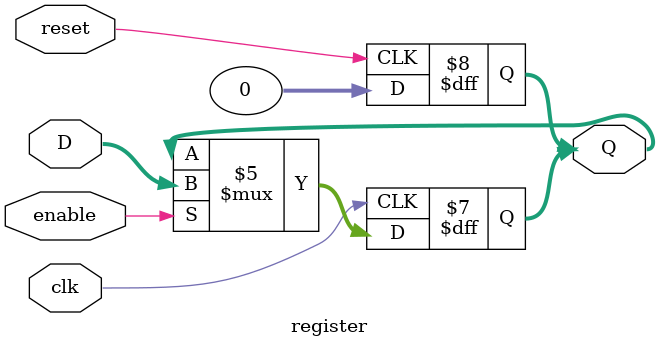
<source format=v>
module register (Q, D, enable, reset, clk);
parameter PC = 0;

input enable, reset, clk;
input [31:0] D;
output reg [31:0] Q;


//Reset to 0
always @ (posedge reset)
begin
Q = 0;
end 

always @ (posedge clk)
begin
if (enable)
   Q = D;
end

//If this is the PC, increment every neg clock
always @ (negedge clk)
begin
if (PC == 1)
	Q = Q + 1;
end
endmodule


 
</source>
